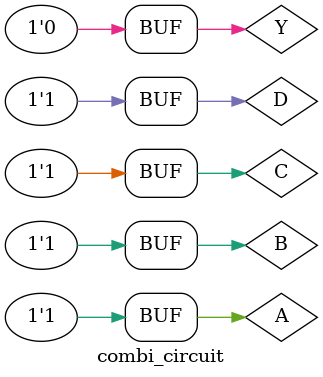
<source format=v>
module combi_circuit;

    reg A, B, C, D;
    wire Y;

    assign Y = ( ((!A)&&(B || ((!C)&&D))) || ((!A)&& C && D) );

    initial begin
        $dumpfile("activity_num_five.vcd");
        $dumpvars(0, combi_circuit);

            A = 0; B = 0; C = 0; D = 0;  
            #1
            A = 0; B = 0; C = 0; D = 1;   
            #1
            A = 0; B = 0; C = 1; D = 0;   
            #1
            A = 0; B = 0; C = 1; D = 1;   
            #1
            A = 0; B = 1; C = 0; D = 0;  
            #1
            A = 0; B = 1; C = 0; D = 1;   
            #1
            A = 0; B = 1; C = 1; D = 0;   
            #1
            A = 0; B = 1; C = 1; D = 1;   
            #1
            A = 1; B = 0; C = 0; D = 0;   
            #1
            A = 1; B = 0; C = 0; D = 1;  
            #1
            A = 1; B = 0; C = 1; D = 0;   
            #1
            A = 1; B = 0; C = 1; D = 1;   
            #1
            A = 1; B = 1; C = 0; D = 0;  
            #1
            A = 1; B = 1; C = 0; D = 1;   
            #1
            A = 1; B = 1; C = 1; D = 0;   
            #1
            A = 1; B = 1; C = 1; D = 1;   
            #1;

    end

endmodule

//Keemchard Tamio
</source>
